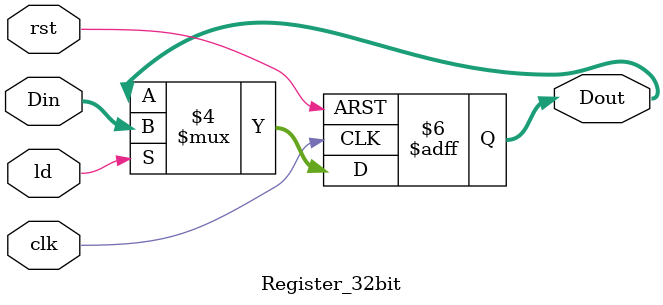
<source format=v>
module Register_32bit (Din, ld, clk, rst, Dout);	
	
	input [31:0] Din;
	input ld, clk, rst;
	output reg [31:0] Dout;	
	
	always @ (posedge clk or posedge rst) begin
		if (rst==1) Dout <= 0;
		else if (ld==1) Dout <= Din;
	end
	
endmodule

</source>
